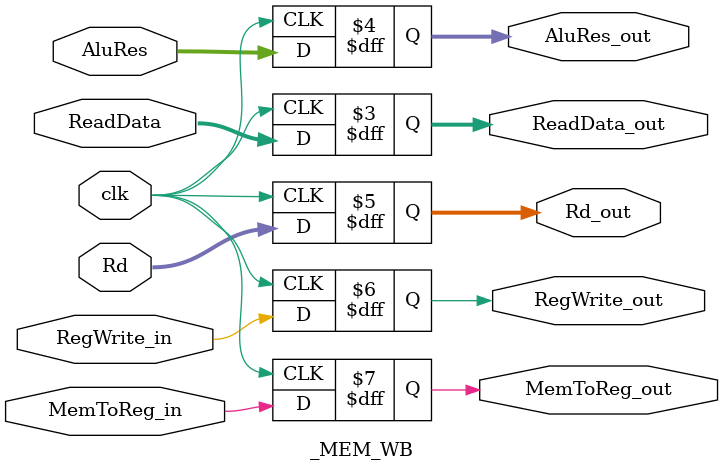
<source format=v>
module _MEM_WB (
    input wire clk,
    input wire [31:0] ReadData,   // dato leído de memoria (MEM)
    input wire [31:0] AluRes,     // resultado de ALU (MEM)
    input wire [4:0]  Rd,         // registro destino (MEM)
    input wire RegWrite_in,       // señal RegWrite desde MEM
    input wire MemToReg_in,       // señal MemToReg desde MEM

    output reg [31:0] ReadData_out,   // pasa a br
    output reg [31:0] AluRes_out,     // pasa a br
    output reg [4:0]  Rd_out,         // pasa a br
    output reg RegWrite_out,          // pasa a br
    output reg MemToReg_out           // pasa a br
);

    initial begin
        ReadData_out = 32'b0;
        AluRes_out   = 32'b0;
        Rd_out       = 5'b0;
        RegWrite_out = 1'b0;
        MemToReg_out = 1'b0;
    end

    always @(posedge clk) begin
        ReadData_out <= ReadData;
        AluRes_out   <= AluRes;
        Rd_out       <= Rd;
        RegWrite_out <= RegWrite_in;
        MemToReg_out <= MemToReg_in;
    end

endmodule


</source>
